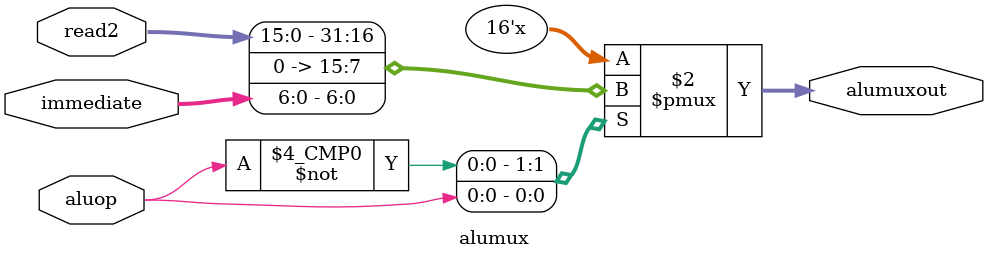
<source format=v>
module alumux(
    input [6:0] immediate,
    input [15:0] read2,
    input  aluop,
    output reg [15:0] alumuxout
);
 always @(*)
 begin 
     case (aluop)
     1'b0: alumuxout =read2;
 
     1'b1: begin alumuxout = {9'b0,immediate};  
     $display("%b", alumuxout);
     end  

     endcase
 end

endmodule


</source>
